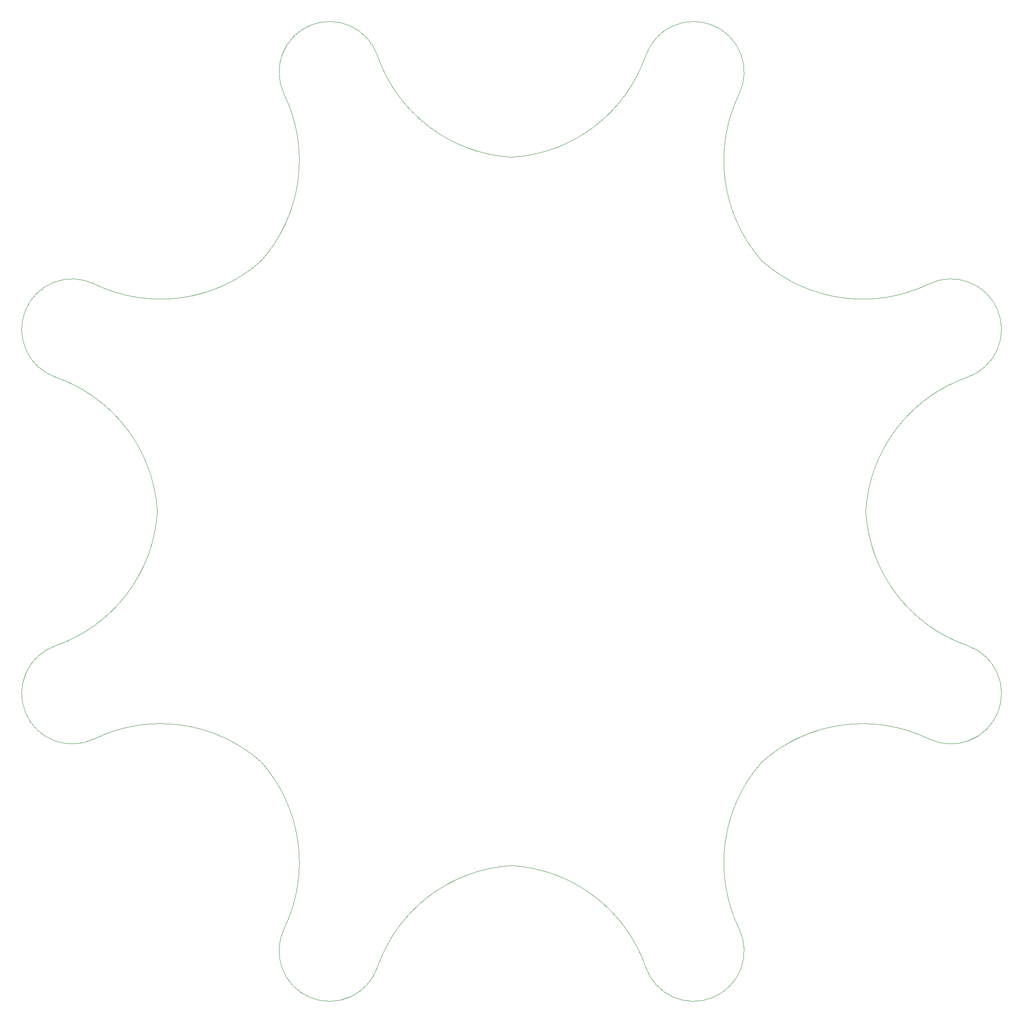
<source format=gbr>
G04*
G04 #@! TF.GenerationSoftware,Altium Limited,Altium Designer,25.8.1 (18)*
G04*
G04 Layer_Color=0*
%FSLAX44Y44*%
%MOMM*%
G71*
G04*
G04 #@! TF.SameCoordinates,1712F0CB-3B61-41A3-BC14-C9FE2E182D8B*
G04*
G04*
G04 #@! TF.FilePolarity,Positive*
G04*
G01*
G75*
%ADD179C,0.0254*%
D179*
X355664Y1221365D02*
G02*
X685744Y1175964I131043J-269866D01*
G01*
D02*
G02*
X731145Y845884I-224465J-199036D01*
G01*
D02*
G03*
X915595Y769482I89955J-43681D01*
G01*
D02*
G02*
X1181100Y970781I283486J-98162D01*
G01*
D02*
G02*
X1446605Y769482I-17981J-299461D01*
G01*
D02*
G03*
X1631055Y845884I94495J32721D01*
G01*
D02*
G02*
X1676456Y1175964I269866J131043D01*
G01*
D02*
G02*
X2006536Y1221365I199036J-224465D01*
G01*
D02*
G03*
X2082938Y1405815I43681J89955D01*
G01*
D02*
G02*
X1881639Y1671320I98162J283486D01*
G01*
D02*
G02*
X2082938Y1936825I299461J-17981D01*
G01*
D02*
G03*
X2006536Y2121275I-32721J94495D01*
G01*
D02*
G02*
X1676456Y2166676I-131044J269866D01*
G01*
D02*
G02*
X1631055Y2496756I224465J199036D01*
G01*
D02*
G03*
X1446605Y2573158I-89955J43681D01*
G01*
D02*
G02*
X1181100Y2371859I-283486J98162D01*
G01*
D02*
G02*
X915595Y2573158I17981J299461D01*
G01*
D02*
G03*
X731145Y2496756I-94495J-32721D01*
G01*
D02*
G02*
X685744Y2166676I-269866J-131044D01*
G01*
D02*
G02*
X355664Y2121275I-199036J224465D01*
G01*
D02*
G03*
X279262Y1936825I-43681J-89955D01*
G01*
D02*
G02*
X480561Y1671320I-98162J-283486D01*
G01*
D02*
G02*
X279262Y1405815I-299461J17981D01*
G01*
D02*
G03*
X355664Y1221365I32721J-94495D01*
G01*
M02*

</source>
